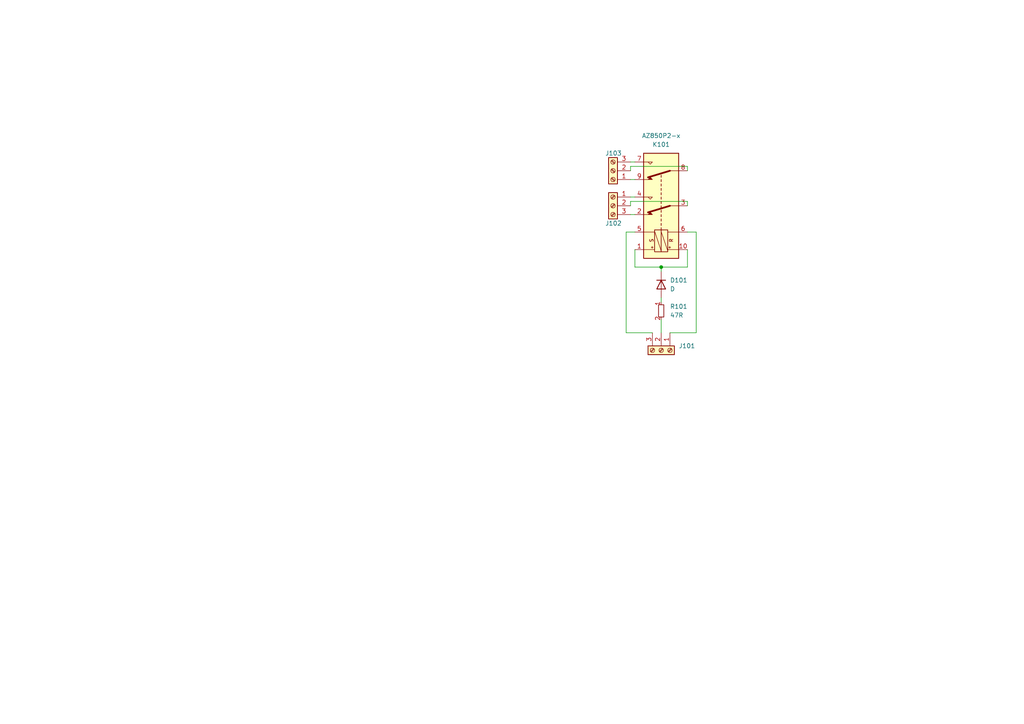
<source format=kicad_sch>
(kicad_sch (version 20231120) (generator "eeschema") (generator_version "8.0")
  (paper "A4")
  (lib_symbols
    (symbol "Connector:Screw_Terminal_01x03" (pin_names (offset 1.016) hide)
      (property "Reference" "J" (at 0 5.08 0))
      (property "Value" "Screw_Terminal_01x03" (at 0 -5.08 0))
      (symbol "Screw_Terminal_01x03_1_1"
        (rectangle (start -1.27 3.81) (end 1.27 -3.81) (stroke (width 0.254)) (fill (type background)))
        (circle (center 0 -2.54) (radius 0.635) (stroke (width 0.1524)))
        (polyline (pts (xy -0.5334 -2.2098) (xy 0.3302 -3.048)) (stroke (width 0.1524)))
        (polyline (pts (xy -0.5334 0.3302) (xy 0.3302 -0.508)) (stroke (width 0.1524)))
        (polyline (pts (xy -0.5334 2.8702) (xy 0.3302 2.032)) (stroke (width 0.1524)))
        (polyline (pts (xy -0.3556 -2.032) (xy 0.508 -2.8702)) (stroke (width 0.1524)))
        (polyline (pts (xy -0.3556 0.508) (xy 0.508 -0.3302)) (stroke (width 0.1524)))
        (polyline (pts (xy -0.3556 3.048) (xy 0.508 2.2098)) (stroke (width 0.1524)))
        (circle (center 0 0) (radius 0.635) (stroke (width 0.1524)))
        (circle (center 0 2.54) (radius 0.635) (stroke (width 0.1524)))
        (pin passive line (at -5.08 2.54 0) (length 3.81) (name "Pin_1") (number "1"))
        (pin passive line (at -5.08 0 0) (length 3.81) (name "Pin_2") (number "2"))
        (pin passive line (at -5.08 -2.54 0) (length 3.81) (name "Pin_3") (number "3"))
      )
    )
    (symbol "Device:D" (pin_numbers hide) (pin_names (offset 1.016) hide)
      (property "Reference" "D" (at 0 2.54 0))
      (property "Value" "D" (at 0 -2.54 0))
      (symbol "D_0_1"
        (polyline (pts (xy -1.27 1.27) (xy -1.27 -1.27)) (stroke (width 0.254)))
        (polyline (pts (xy 1.27 0) (xy -1.27 0)))
        (polyline (pts (xy 1.27 1.27) (xy 1.27 -1.27) (xy -1.27 0) (xy 1.27 1.27)) (stroke (width 0.254)))
      )
      (symbol "D_1_1"
        (pin passive line (at -3.81 0 0) (length 2.54) (name "K") (number "1"))
        (pin passive line (at 3.81 0 180) (length 2.54) (name "A") (number "2"))
      )
    )
    (symbol "Relay:AZ850P2-x"
      (property "Reference" "K" (at 16.51 3.81 0))
      (property "Value" "AZ850P2-x" (at 16.51 1.27 0))
      (symbol "AZ850P2-x_0_0"
        (polyline (pts (xy -2.54 5.08) (xy -2.54 2.54) (xy -1.905 3.175) (xy -2.54 3.81)) (fill (type outline)))
        (polyline (pts (xy 2.54 5.08) (xy 2.54 2.54) (xy 1.905 3.175) (xy 2.54 3.81)))
        (polyline (pts (xy 7.62 5.08) (xy 7.62 2.54) (xy 8.255 3.175) (xy 7.62 3.81)) (fill (type outline)))
        (polyline (pts (xy 12.7 5.08) (xy 12.7 2.54) (xy 12.065 3.175) (xy 12.7 3.81)))
        (text "+" (at -12.065 -2.413 0) (effects (font (size 0.762 0.762))))
        (text "+" (at -12.065 2.667 0) (effects (font (size 0.762 0.762))))
        (text "R" (at -10.033 -2.921 0) (effects (font (size 1.016 1.016))))
        (text "S" (at -10.033 2.794 0) (effects (font (size 1.016 1.016))))
      )
      (symbol "AZ850P2-x_0_1"
        (rectangle (start -15.24 5.08) (end 15.24 -5.08) (stroke (width 0.254)) (fill (type background)))
        (rectangle (start -13.335 1.905) (end -6.985 -1.905) (stroke (width 0.2032)))
        (polyline (pts (xy -13.335 0) (xy -6.35 0)) (stroke (width 0.2032)))
        (polyline (pts (xy -13.081 -1.905) (xy -7.493 0)))
        (polyline (pts (xy -13.081 0) (xy -7.366 1.905)))
        (polyline (pts (xy -12.7 -5.08) (xy -12.7 -1.905)))
        (polyline (pts (xy -12.7 5.08) (xy -12.7 1.905)))
        (polyline (pts (xy -7.62 -5.08) (xy -7.62 -1.905)))
        (polyline (pts (xy -7.62 5.08) (xy -7.62 1.905)))
        (polyline (pts (xy -5.715 0) (xy -5.08 0)) (stroke (width 0.2032)))
        (polyline (pts (xy -4.445 0) (xy -3.81 0)) (stroke (width 0.2032)))
        (polyline (pts (xy -3.175 0) (xy -2.54 0)) (stroke (width 0.2032)))
        (polyline (pts (xy -1.905 0) (xy -1.27 0)) (stroke (width 0.2032)))
        (polyline (pts (xy -0.635 0) (xy 0 0)) (stroke (width 0.2032)))
        (polyline (pts (xy 0 -2.54) (xy -1.905 3.81)) (stroke (width 0.508)))
        (polyline (pts (xy 0 -2.54) (xy 0 -5.08)))
        (polyline (pts (xy 0.635 0) (xy 1.27 0)) (stroke (width 0.2032)))
        (polyline (pts (xy 1.905 0) (xy 2.54 0)) (stroke (width 0.2032)))
        (polyline (pts (xy 3.175 0) (xy 3.81 0)) (stroke (width 0.2032)))
        (polyline (pts (xy 4.445 0) (xy 5.08 0)) (stroke (width 0.2032)))
        (polyline (pts (xy 5.715 0) (xy 6.35 0)) (stroke (width 0.2032)))
        (polyline (pts (xy 6.985 0) (xy 7.62 0)) (stroke (width 0.2032)))
        (polyline (pts (xy 8.255 0) (xy 8.89 0)) (stroke (width 0.2032)))
        (polyline (pts (xy 10.16 -2.54) (xy 8.255 3.81)) (stroke (width 0.508)))
        (polyline (pts (xy 10.16 -2.54) (xy 10.16 -5.08)))
      )
      (symbol "AZ850P2-x_1_1"
        (pin passive line (at -12.7 7.62 270) (length 2.54) (name "~") (number "1"))
        (pin passive line (at -12.7 -7.62 90) (length 2.54) (name "~") (number "10"))
        (pin passive line (at -2.54 7.62 270) (length 2.54) (name "~") (number "2"))
        (pin passive line (at 0 -7.62 90) (length 2.54) (name "~") (number "3"))
        (pin passive line (at 2.54 7.62 270) (length 2.54) (name "~") (number "4"))
        (pin passive line (at -7.62 7.62 270) (length 2.54) (name "~") (number "5"))
        (pin passive line (at -7.62 -7.62 90) (length 2.54) (name "~") (number "6"))
        (pin passive line (at 12.7 7.62 270) (length 2.54) (name "~") (number "7"))
        (pin passive line (at 10.16 -7.62 90) (length 2.54) (name "~") (number "8"))
        (pin passive line (at 7.62 7.62 270) (length 2.54) (name "~") (number "9"))
      )
    )
    (symbol "resistors_0805:R_47R_0805"
      (property "Reference" "R" (at 1.27 2.54 0))
      (property "Value" "47R" (at 2.54 -2.54 0))
      (symbol "R_47R_0805_0_1"
        (rectangle (start -0.762 1.778) (end 0.762 -1.778) (stroke (width 0.2032)))
      )
      (symbol "R_47R_0805_1_1"
        (pin passive line (at 0 2.54 270) (length 0.762) (name "~") (number "1"))
        (pin passive line (at 0 -2.54 90) (length 0.762) (name "~") (number "2"))
      )
    )
  )
  (junction (at 191.77 77.47))
  (wire (pts (xy 181.61 67.31) (xy 184.15 67.31)))
  (wire (pts (xy 184.15 46.99) (xy 182.88 46.99)))
  (wire (pts (xy 191.77 86.36) (xy 191.77 87.63)))
  (wire (pts (xy 201.93 67.31) (xy 201.93 96.52)))
  (wire (pts (xy 184.15 77.47) (xy 184.15 72.39)))
  (wire (pts (xy 181.61 96.52) (xy 181.61 67.31)))
  (wire (pts (xy 191.77 77.47) (xy 184.15 77.47)))
  (wire (pts (xy 199.39 58.42) (xy 199.39 59.69)))
  (wire (pts (xy 181.61 96.52) (xy 189.23 96.52)))
  (wire (pts (xy 199.39 72.39) (xy 199.39 77.47)))
  (wire (pts (xy 199.39 58.42) (xy 182.88 58.42)))
  (wire (pts (xy 184.15 57.15) (xy 182.88 57.15)))
  (wire (pts (xy 201.93 96.52) (xy 194.31 96.52)))
  (wire (pts (xy 184.15 62.23) (xy 182.88 62.23)))
  (wire (pts (xy 184.15 52.07) (xy 182.88 52.07)))
  (wire (pts (xy 182.88 58.42) (xy 182.88 59.69)))
  (wire (pts (xy 191.77 78.74) (xy 191.77 77.47)))
  (wire (pts (xy 199.39 48.26) (xy 199.39 49.53)))
  (wire (pts (xy 191.77 92.71) (xy 191.77 96.52)))
  (wire (pts (xy 182.88 48.26) (xy 182.88 49.53)))
  (wire (pts (xy 199.39 67.31) (xy 201.93 67.31)))
  (wire (pts (xy 199.39 48.26) (xy 182.88 48.26)))
  (wire (pts (xy 199.39 77.47) (xy 191.77 77.47)))
  (symbol (lib_id "resistors_0805:R_47R_0805") (at 191.77 90.17 0) (unit 1)
    (property "Reference" "R101" (at 194.31 88.8999 0) (effects (justify left)))
    (property "Value" "47R" (at 194.31 91.4399 0) (effects (justify left)))
    (property "Footprint" "Resistor_THT:R_Axial_DIN0204_L3.6mm_D1.6mm_P7.62mm_Horizontal" (effects (hide yes)))
    (property "JLCPCB Part#" "C17714" (effects (hide yes)))
  )
  (symbol (lib_id "Relay:AZ850P2-x") (at 191.77 59.69 90) (unit 1)
    (property "Reference" "K101" (at 191.77 41.91 90))
    (property "Value" "AZ850P2-x" (at 191.77 39.37 90))
    (property "Footprint" "Relay_THT:Relay_DPDT_FRT5" (effects (hide yes)))
    (property "Datasheet" "http://www.azettler.com/pdfs/az850.pdf" (effects (hide yes)))
    (property "Description" "American Zettler, Microminiature Polarised Dual Pole Relay Bistable" (effects (hide yes)))
  )
  (symbol (lib_id "Connector:Screw_Terminal_01x03") (at 191.77 101.6 270) (unit 1)
    (property "Reference" "J101" (at 196.85 100.3299 90) (effects (justify left)))
    (property "Value" "Screw_Terminal_01x03" (effects (hide yes)))
    (property "Footprint" "Connector_Phoenix_MC:PhoenixContact_MC_1,5_3-G-3.5_1x03_P3.50mm_Horizontal" (effects (hide yes)))
    (property "Description" "Generic screw terminal, single row, 01x03, script generated (kicad-library-utils/schlib/autogen/connector/)" (effects (hide yes)))
    (property "JLCPCB Part#" "C880573" (effects (hide yes)))
  )
  (symbol (lib_id "Connector:Screw_Terminal_01x03") (at 177.8 59.69 0) (mirror y) (unit 1)
    (property "Reference" "J102" (at 180.34 64.77 0) (effects (justify left)))
    (property "Value" "Screw_Terminal_01x03" (effects (hide yes)))
    (property "Footprint" "Connector_Phoenix_MC:PhoenixContact_MC_1,5_3-G-3.5_1x03_P3.50mm_Horizontal" (effects (hide yes)))
    (property "Description" "Generic screw terminal, single row, 01x03, script generated (kicad-library-utils/schlib/autogen/connector/)" (effects (hide yes)))
    (property "JLCPCB Part#" "C880573" (effects (hide yes)))
  )
  (symbol (lib_id "Connector:Screw_Terminal_01x03") (at 177.8 49.53 180) (unit 1)
    (property "Reference" "J103" (at 180.34 44.45 0) (effects (justify left)))
    (property "Value" "Screw_Terminal_01x03" (effects (hide yes)))
    (property "Footprint" "Connector_Phoenix_MC:PhoenixContact_MC_1,5_3-G-3.5_1x03_P3.50mm_Horizontal" (effects (hide yes)))
    (property "Description" "Generic screw terminal, single row, 01x03, script generated (kicad-library-utils/schlib/autogen/connector/)" (effects (hide yes)))
    (property "JLCPCB Part#" "C880573" (effects (hide yes)))
  )
  (symbol (lib_id "Device:D") (at 191.77 82.55 270) (unit 1)
    (property "Reference" "D101" (at 194.31 81.2799 90) (effects (justify left)))
    (property "Value" "D" (at 194.31 83.8199 90) (effects (justify left)))
    (property "Footprint" "Diode_THT:D_DO-34_SOD68_P7.62mm_Horizontal" (effects (hide yes)))
    (property "Description" "Diode" (effects (hide yes)))
    (property "Sim.Device" "D" (effects (hide yes)))
    (property "Sim.Pins" "1=K 2=A" (effects (hide yes)))
  )
)
</source>
